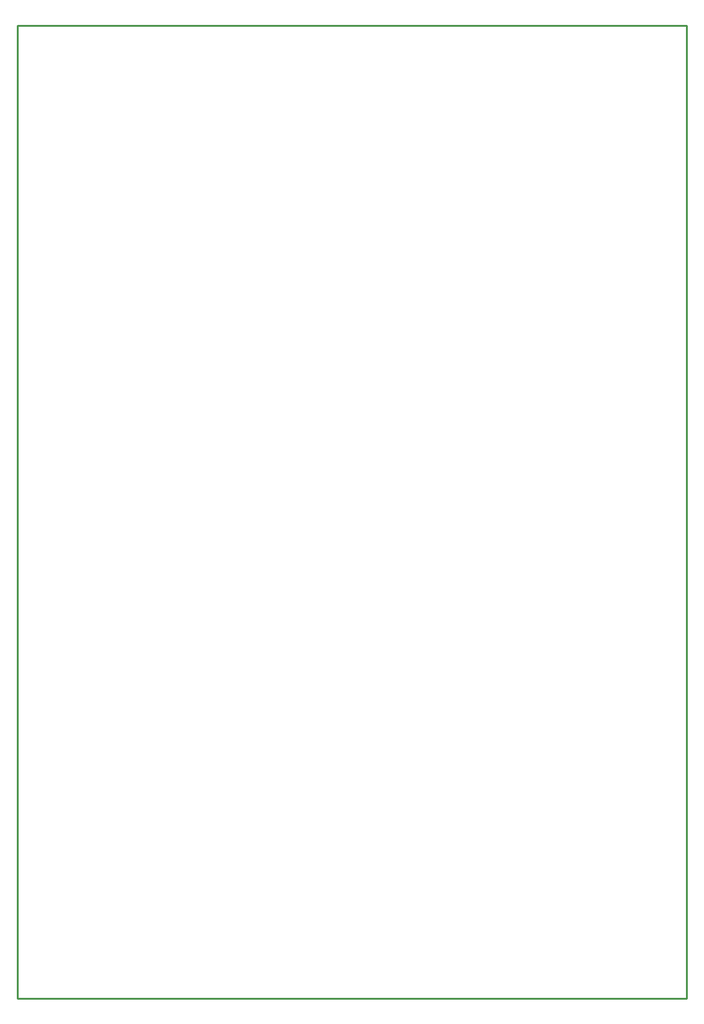
<source format=gko>
%FSLAX44Y44*%
%MOMM*%
G71*
G01*
G75*
G04 Layer_Color=16776960*
G04:AMPARAMS|DCode=10|XSize=2.7mm|YSize=1.15mm|CornerRadius=0.2013mm|HoleSize=0mm|Usage=FLASHONLY|Rotation=90.000|XOffset=0mm|YOffset=0mm|HoleType=Round|Shape=RoundedRectangle|*
%AMROUNDEDRECTD10*
21,1,2.7000,0.7475,0,0,90.0*
21,1,2.2975,1.1500,0,0,90.0*
1,1,0.4025,0.3738,1.1487*
1,1,0.4025,0.3738,-1.1487*
1,1,0.4025,-0.3738,-1.1487*
1,1,0.4025,-0.3738,1.1487*
%
%ADD10ROUNDEDRECTD10*%
G04:AMPARAMS|DCode=11|XSize=2.7mm|YSize=1.15mm|CornerRadius=0.2013mm|HoleSize=0mm|Usage=FLASHONLY|Rotation=0.000|XOffset=0mm|YOffset=0mm|HoleType=Round|Shape=RoundedRectangle|*
%AMROUNDEDRECTD11*
21,1,2.7000,0.7475,0,0,0.0*
21,1,2.2975,1.1500,0,0,0.0*
1,1,0.4025,1.1487,-0.3738*
1,1,0.4025,-1.1487,-0.3738*
1,1,0.4025,-1.1487,0.3738*
1,1,0.4025,1.1487,0.3738*
%
%ADD11ROUNDEDRECTD11*%
%ADD12O,1.3500X0.5000*%
G04:AMPARAMS|DCode=13|XSize=1mm|YSize=0.9mm|CornerRadius=0.198mm|HoleSize=0mm|Usage=FLASHONLY|Rotation=180.000|XOffset=0mm|YOffset=0mm|HoleType=Round|Shape=RoundedRectangle|*
%AMROUNDEDRECTD13*
21,1,1.0000,0.5040,0,0,180.0*
21,1,0.6040,0.9000,0,0,180.0*
1,1,0.3960,-0.3020,0.2520*
1,1,0.3960,0.3020,0.2520*
1,1,0.3960,0.3020,-0.2520*
1,1,0.3960,-0.3020,-0.2520*
%
%ADD13ROUNDEDRECTD13*%
G04:AMPARAMS|DCode=14|XSize=1.45mm|YSize=1.15mm|CornerRadius=0.2013mm|HoleSize=0mm|Usage=FLASHONLY|Rotation=270.000|XOffset=0mm|YOffset=0mm|HoleType=Round|Shape=RoundedRectangle|*
%AMROUNDEDRECTD14*
21,1,1.4500,0.7475,0,0,270.0*
21,1,1.0475,1.1500,0,0,270.0*
1,1,0.4025,-0.3738,-0.5238*
1,1,0.4025,-0.3738,0.5238*
1,1,0.4025,0.3738,0.5238*
1,1,0.4025,0.3738,-0.5238*
%
%ADD14ROUNDEDRECTD14*%
%ADD15O,1.5500X0.6000*%
G04:AMPARAMS|DCode=16|XSize=1mm|YSize=0.95mm|CornerRadius=0.1995mm|HoleSize=0mm|Usage=FLASHONLY|Rotation=270.000|XOffset=0mm|YOffset=0mm|HoleType=Round|Shape=RoundedRectangle|*
%AMROUNDEDRECTD16*
21,1,1.0000,0.5510,0,0,270.0*
21,1,0.6010,0.9500,0,0,270.0*
1,1,0.3990,-0.2755,-0.3005*
1,1,0.3990,-0.2755,0.3005*
1,1,0.3990,0.2755,0.3005*
1,1,0.3990,0.2755,-0.3005*
%
%ADD16ROUNDEDRECTD16*%
G04:AMPARAMS|DCode=17|XSize=1mm|YSize=0.95mm|CornerRadius=0.1995mm|HoleSize=0mm|Usage=FLASHONLY|Rotation=180.000|XOffset=0mm|YOffset=0mm|HoleType=Round|Shape=RoundedRectangle|*
%AMROUNDEDRECTD17*
21,1,1.0000,0.5510,0,0,180.0*
21,1,0.6010,0.9500,0,0,180.0*
1,1,0.3990,-0.3005,0.2755*
1,1,0.3990,0.3005,0.2755*
1,1,0.3990,0.3005,-0.2755*
1,1,0.3990,-0.3005,-0.2755*
%
%ADD17ROUNDEDRECTD17*%
G04:AMPARAMS|DCode=18|XSize=1mm|YSize=0.9mm|CornerRadius=0.198mm|HoleSize=0mm|Usage=FLASHONLY|Rotation=270.000|XOffset=0mm|YOffset=0mm|HoleType=Round|Shape=RoundedRectangle|*
%AMROUNDEDRECTD18*
21,1,1.0000,0.5040,0,0,270.0*
21,1,0.6040,0.9000,0,0,270.0*
1,1,0.3960,-0.2520,-0.3020*
1,1,0.3960,-0.2520,0.3020*
1,1,0.3960,0.2520,0.3020*
1,1,0.3960,0.2520,-0.3020*
%
%ADD18ROUNDEDRECTD18*%
G04:AMPARAMS|DCode=19|XSize=1.45mm|YSize=1.15mm|CornerRadius=0.2013mm|HoleSize=0mm|Usage=FLASHONLY|Rotation=0.000|XOffset=0mm|YOffset=0mm|HoleType=Round|Shape=RoundedRectangle|*
%AMROUNDEDRECTD19*
21,1,1.4500,0.7475,0,0,0.0*
21,1,1.0475,1.1500,0,0,0.0*
1,1,0.4025,0.5238,-0.3738*
1,1,0.4025,-0.5238,-0.3738*
1,1,0.4025,-0.5238,0.3738*
1,1,0.4025,0.5238,0.3738*
%
%ADD19ROUNDEDRECTD19*%
%ADD20O,0.6000X1.5500*%
G04:AMPARAMS|DCode=21|XSize=1.05mm|YSize=0.65mm|CornerRadius=0.2015mm|HoleSize=0mm|Usage=FLASHONLY|Rotation=180.000|XOffset=0mm|YOffset=0mm|HoleType=Round|Shape=RoundedRectangle|*
%AMROUNDEDRECTD21*
21,1,1.0500,0.2470,0,0,180.0*
21,1,0.6470,0.6500,0,0,180.0*
1,1,0.4030,-0.3235,0.1235*
1,1,0.4030,0.3235,0.1235*
1,1,0.4030,0.3235,-0.1235*
1,1,0.4030,-0.3235,-0.1235*
%
%ADD21ROUNDEDRECTD21*%
G04:AMPARAMS|DCode=22|XSize=1.75mm|YSize=1.05mm|CornerRadius=0.1995mm|HoleSize=0mm|Usage=FLASHONLY|Rotation=270.000|XOffset=0mm|YOffset=0mm|HoleType=Round|Shape=RoundedRectangle|*
%AMROUNDEDRECTD22*
21,1,1.7500,0.6510,0,0,270.0*
21,1,1.3510,1.0500,0,0,270.0*
1,1,0.3990,-0.3255,-0.6755*
1,1,0.3990,-0.3255,0.6755*
1,1,0.3990,0.3255,0.6755*
1,1,0.3990,0.3255,-0.6755*
%
%ADD22ROUNDEDRECTD22*%
%ADD23O,0.5000X1.3500*%
G04:AMPARAMS|DCode=24|XSize=6.5mm|YSize=5mm|CornerRadius=0.25mm|HoleSize=0mm|Usage=FLASHONLY|Rotation=90.000|XOffset=0mm|YOffset=0mm|HoleType=Round|Shape=RoundedRectangle|*
%AMROUNDEDRECTD24*
21,1,6.5000,4.5000,0,0,90.0*
21,1,6.0000,5.0000,0,0,90.0*
1,1,0.5000,2.2500,3.0000*
1,1,0.5000,2.2500,-3.0000*
1,1,0.5000,-2.2500,-3.0000*
1,1,0.5000,-2.2500,3.0000*
%
%ADD24ROUNDEDRECTD24*%
%ADD25C,1.3000*%
%ADD26R,1.3000X1.3000*%
G04:AMPARAMS|DCode=27|XSize=4.9mm|YSize=1.6mm|CornerRadius=0.2mm|HoleSize=0mm|Usage=FLASHONLY|Rotation=180.000|XOffset=0mm|YOffset=0mm|HoleType=Round|Shape=RoundedRectangle|*
%AMROUNDEDRECTD27*
21,1,4.9000,1.2000,0,0,180.0*
21,1,4.5000,1.6000,0,0,180.0*
1,1,0.4000,-2.2500,0.6000*
1,1,0.4000,2.2500,0.6000*
1,1,0.4000,2.2500,-0.6000*
1,1,0.4000,-2.2500,-0.6000*
%
%ADD27ROUNDEDRECTD27*%
%ADD28O,1.5000X0.3000*%
%ADD29O,0.3000X1.5000*%
%ADD30C,1.0000*%
G04:AMPARAMS|DCode=31|XSize=1.1mm|YSize=0.6mm|CornerRadius=0.201mm|HoleSize=0mm|Usage=FLASHONLY|Rotation=270.000|XOffset=0mm|YOffset=0mm|HoleType=Round|Shape=RoundedRectangle|*
%AMROUNDEDRECTD31*
21,1,1.1000,0.1980,0,0,270.0*
21,1,0.6980,0.6000,0,0,270.0*
1,1,0.4020,-0.0990,-0.3490*
1,1,0.4020,-0.0990,0.3490*
1,1,0.4020,0.0990,0.3490*
1,1,0.4020,0.0990,-0.3490*
%
%ADD31ROUNDEDRECTD31*%
G04:AMPARAMS|DCode=32|XSize=2.5mm|YSize=2mm|CornerRadius=0.2mm|HoleSize=0mm|Usage=FLASHONLY|Rotation=180.000|XOffset=0mm|YOffset=0mm|HoleType=Round|Shape=RoundedRectangle|*
%AMROUNDEDRECTD32*
21,1,2.5000,1.6000,0,0,180.0*
21,1,2.1000,2.0000,0,0,180.0*
1,1,0.4000,-1.0500,0.8000*
1,1,0.4000,1.0500,0.8000*
1,1,0.4000,1.0500,-0.8000*
1,1,0.4000,-1.0500,-0.8000*
%
%ADD32ROUNDEDRECTD32*%
G04:AMPARAMS|DCode=33|XSize=2.3mm|YSize=0.5mm|CornerRadius=0.2mm|HoleSize=0mm|Usage=FLASHONLY|Rotation=180.000|XOffset=0mm|YOffset=0mm|HoleType=Round|Shape=RoundedRectangle|*
%AMROUNDEDRECTD33*
21,1,2.3000,0.1000,0,0,180.0*
21,1,1.9000,0.5000,0,0,180.0*
1,1,0.4000,-0.9500,0.0500*
1,1,0.4000,0.9500,0.0500*
1,1,0.4000,0.9500,-0.0500*
1,1,0.4000,-0.9500,-0.0500*
%
%ADD33ROUNDEDRECTD33*%
G04:AMPARAMS|DCode=34|XSize=1mm|YSize=0.45mm|CornerRadius=0.1125mm|HoleSize=0mm|Usage=FLASHONLY|Rotation=0.000|XOffset=0mm|YOffset=0mm|HoleType=Round|Shape=RoundedRectangle|*
%AMROUNDEDRECTD34*
21,1,1.0000,0.2250,0,0,0.0*
21,1,0.7750,0.4500,0,0,0.0*
1,1,0.2250,0.3875,-0.1125*
1,1,0.2250,-0.3875,-0.1125*
1,1,0.2250,-0.3875,0.1125*
1,1,0.2250,0.3875,0.1125*
%
%ADD34ROUNDEDRECTD34*%
G04:AMPARAMS|DCode=35|XSize=1.35mm|YSize=1.65mm|CornerRadius=0.27mm|HoleSize=0mm|Usage=FLASHONLY|Rotation=90.000|XOffset=0mm|YOffset=0mm|HoleType=Round|Shape=RoundedRectangle|*
%AMROUNDEDRECTD35*
21,1,1.3500,1.1100,0,0,90.0*
21,1,0.8100,1.6500,0,0,90.0*
1,1,0.5400,0.5550,0.4050*
1,1,0.5400,0.5550,-0.4050*
1,1,0.5400,-0.5550,-0.4050*
1,1,0.5400,-0.5550,0.4050*
%
%ADD35ROUNDEDRECTD35*%
G04:AMPARAMS|DCode=36|XSize=0.7mm|YSize=0.25mm|CornerRadius=0.0838mm|HoleSize=0mm|Usage=FLASHONLY|Rotation=0.000|XOffset=0mm|YOffset=0mm|HoleType=Round|Shape=RoundedRectangle|*
%AMROUNDEDRECTD36*
21,1,0.7000,0.0825,0,0,0.0*
21,1,0.5325,0.2500,0,0,0.0*
1,1,0.1675,0.2662,-0.0413*
1,1,0.1675,-0.2662,-0.0413*
1,1,0.1675,-0.2662,0.0413*
1,1,0.1675,0.2662,0.0413*
%
%ADD36ROUNDEDRECTD36*%
G04:AMPARAMS|DCode=37|XSize=3mm|YSize=1.65mm|CornerRadius=0.1073mm|HoleSize=0mm|Usage=FLASHONLY|Rotation=90.000|XOffset=0mm|YOffset=0mm|HoleType=Round|Shape=RoundedRectangle|*
%AMROUNDEDRECTD37*
21,1,3.0000,1.4355,0,0,90.0*
21,1,2.7855,1.6500,0,0,90.0*
1,1,0.2145,0.7178,1.3927*
1,1,0.2145,0.7178,-1.3927*
1,1,0.2145,-0.7178,-1.3927*
1,1,0.2145,-0.7178,1.3927*
%
%ADD37ROUNDEDRECTD37*%
G04:AMPARAMS|DCode=38|XSize=1.2mm|YSize=1.2mm|CornerRadius=0.198mm|HoleSize=0mm|Usage=FLASHONLY|Rotation=0.000|XOffset=0mm|YOffset=0mm|HoleType=Round|Shape=RoundedRectangle|*
%AMROUNDEDRECTD38*
21,1,1.2000,0.8040,0,0,0.0*
21,1,0.8040,1.2000,0,0,0.0*
1,1,0.3960,0.4020,-0.4020*
1,1,0.3960,-0.4020,-0.4020*
1,1,0.3960,-0.4020,0.4020*
1,1,0.3960,0.4020,0.4020*
%
%ADD38ROUNDEDRECTD38*%
G04:AMPARAMS|DCode=39|XSize=1.2mm|YSize=1.2mm|CornerRadius=0.198mm|HoleSize=0mm|Usage=FLASHONLY|Rotation=270.000|XOffset=0mm|YOffset=0mm|HoleType=Round|Shape=RoundedRectangle|*
%AMROUNDEDRECTD39*
21,1,1.2000,0.8040,0,0,270.0*
21,1,0.8040,1.2000,0,0,270.0*
1,1,0.3960,-0.4020,-0.4020*
1,1,0.3960,-0.4020,0.4020*
1,1,0.3960,0.4020,0.4020*
1,1,0.3960,0.4020,-0.4020*
%
%ADD39ROUNDEDRECTD39*%
G04:AMPARAMS|DCode=40|XSize=6.45mm|YSize=6mm|CornerRadius=0.21mm|HoleSize=0mm|Usage=FLASHONLY|Rotation=90.000|XOffset=0mm|YOffset=0mm|HoleType=Round|Shape=RoundedRectangle|*
%AMROUNDEDRECTD40*
21,1,6.4500,5.5800,0,0,90.0*
21,1,6.0300,6.0000,0,0,90.0*
1,1,0.4200,2.7900,3.0150*
1,1,0.4200,2.7900,-3.0150*
1,1,0.4200,-2.7900,-3.0150*
1,1,0.4200,-2.7900,3.0150*
%
%ADD40ROUNDEDRECTD40*%
G04:AMPARAMS|DCode=41|XSize=2.85mm|YSize=1mm|CornerRadius=0.2mm|HoleSize=0mm|Usage=FLASHONLY|Rotation=90.000|XOffset=0mm|YOffset=0mm|HoleType=Round|Shape=RoundedRectangle|*
%AMROUNDEDRECTD41*
21,1,2.8500,0.6000,0,0,90.0*
21,1,2.4500,1.0000,0,0,90.0*
1,1,0.4000,0.3000,1.2250*
1,1,0.4000,0.3000,-1.2250*
1,1,0.4000,-0.3000,-1.2250*
1,1,0.4000,-0.3000,1.2250*
%
%ADD41ROUNDEDRECTD41*%
G04:AMPARAMS|DCode=42|XSize=3.95mm|YSize=1.5mm|CornerRadius=0.2475mm|HoleSize=0mm|Usage=FLASHONLY|Rotation=90.000|XOffset=0mm|YOffset=0mm|HoleType=Round|Shape=RoundedRectangle|*
%AMROUNDEDRECTD42*
21,1,3.9500,1.0050,0,0,90.0*
21,1,3.4550,1.5000,0,0,90.0*
1,1,0.4950,0.5025,1.7275*
1,1,0.4950,0.5025,-1.7275*
1,1,0.4950,-0.5025,-1.7275*
1,1,0.4950,-0.5025,1.7275*
%
%ADD42ROUNDEDRECTD42*%
G04:AMPARAMS|DCode=43|XSize=6.4mm|YSize=10.5mm|CornerRadius=0.128mm|HoleSize=0mm|Usage=FLASHONLY|Rotation=90.000|XOffset=0mm|YOffset=0mm|HoleType=Round|Shape=RoundedRectangle|*
%AMROUNDEDRECTD43*
21,1,6.4000,10.2440,0,0,90.0*
21,1,6.1440,10.5000,0,0,90.0*
1,1,0.2560,5.1220,3.0720*
1,1,0.2560,5.1220,-3.0720*
1,1,0.2560,-5.1220,-3.0720*
1,1,0.2560,-5.1220,3.0720*
%
%ADD43ROUNDEDRECTD43*%
%ADD44C,0.6000*%
%ADD45C,0.4000*%
%ADD46O,0.2500X0.8500*%
%ADD47O,0.8500X0.2500*%
%ADD48C,0.5000*%
%ADD49C,0.6000*%
%ADD50C,0.2500*%
%ADD51C,0.3500*%
%ADD52C,0.8000*%
%ADD53C,0.4000*%
%ADD54C,0.2540*%
%ADD55C,1.0000*%
%ADD56C,0.4500*%
%ADD57C,0.5500*%
%ADD58C,0.3000*%
%ADD59C,1.6000*%
%ADD60R,1.6000X1.6000*%
%ADD61C,6.0000*%
%ADD62C,3.0000*%
%ADD63C,2.0000*%
%ADD64C,7.0000*%
%ADD65C,0.5000*%
%ADD66C,1.8500*%
%ADD67C,2.4000*%
%ADD68C,3.5000*%
%ADD69C,2.3000*%
%ADD70C,1.8000*%
%ADD71C,2.0000*%
%ADD72C,0.0000*%
G04:AMPARAMS|DCode=73|XSize=2.85mm|YSize=1.3mm|CornerRadius=0.2763mm|HoleSize=0mm|Usage=FLASHONLY|Rotation=90.000|XOffset=0mm|YOffset=0mm|HoleType=Round|Shape=RoundedRectangle|*
%AMROUNDEDRECTD73*
21,1,2.8500,0.7475,0,0,90.0*
21,1,2.2975,1.3000,0,0,90.0*
1,1,0.5525,0.3738,1.1487*
1,1,0.5525,0.3738,-1.1487*
1,1,0.5525,-0.3738,-1.1487*
1,1,0.5525,-0.3738,1.1487*
%
%ADD73ROUNDEDRECTD73*%
G04:AMPARAMS|DCode=74|XSize=2.85mm|YSize=1.3mm|CornerRadius=0.2763mm|HoleSize=0mm|Usage=FLASHONLY|Rotation=0.000|XOffset=0mm|YOffset=0mm|HoleType=Round|Shape=RoundedRectangle|*
%AMROUNDEDRECTD74*
21,1,2.8500,0.7475,0,0,0.0*
21,1,2.2975,1.3000,0,0,0.0*
1,1,0.5525,1.1487,-0.3738*
1,1,0.5525,-1.1487,-0.3738*
1,1,0.5525,-1.1487,0.3738*
1,1,0.5525,1.1487,0.3738*
%
%ADD74ROUNDEDRECTD74*%
%ADD75O,1.5000X0.6500*%
G04:AMPARAMS|DCode=76|XSize=1.15mm|YSize=1.05mm|CornerRadius=0.273mm|HoleSize=0mm|Usage=FLASHONLY|Rotation=180.000|XOffset=0mm|YOffset=0mm|HoleType=Round|Shape=RoundedRectangle|*
%AMROUNDEDRECTD76*
21,1,1.1500,0.5040,0,0,180.0*
21,1,0.6040,1.0500,0,0,180.0*
1,1,0.5460,-0.3020,0.2520*
1,1,0.5460,0.3020,0.2520*
1,1,0.5460,0.3020,-0.2520*
1,1,0.5460,-0.3020,-0.2520*
%
%ADD76ROUNDEDRECTD76*%
G04:AMPARAMS|DCode=77|XSize=1.6mm|YSize=1.3mm|CornerRadius=0.2763mm|HoleSize=0mm|Usage=FLASHONLY|Rotation=270.000|XOffset=0mm|YOffset=0mm|HoleType=Round|Shape=RoundedRectangle|*
%AMROUNDEDRECTD77*
21,1,1.6000,0.7475,0,0,270.0*
21,1,1.0475,1.3000,0,0,270.0*
1,1,0.5525,-0.3738,-0.5238*
1,1,0.5525,-0.3738,0.5238*
1,1,0.5525,0.3738,0.5238*
1,1,0.5525,0.3738,-0.5238*
%
%ADD77ROUNDEDRECTD77*%
%ADD78O,1.7000X0.7500*%
G04:AMPARAMS|DCode=79|XSize=1.15mm|YSize=1.1mm|CornerRadius=0.2745mm|HoleSize=0mm|Usage=FLASHONLY|Rotation=270.000|XOffset=0mm|YOffset=0mm|HoleType=Round|Shape=RoundedRectangle|*
%AMROUNDEDRECTD79*
21,1,1.1500,0.5510,0,0,270.0*
21,1,0.6010,1.1000,0,0,270.0*
1,1,0.5490,-0.2755,-0.3005*
1,1,0.5490,-0.2755,0.3005*
1,1,0.5490,0.2755,0.3005*
1,1,0.5490,0.2755,-0.3005*
%
%ADD79ROUNDEDRECTD79*%
G04:AMPARAMS|DCode=80|XSize=1.15mm|YSize=1.1mm|CornerRadius=0.2745mm|HoleSize=0mm|Usage=FLASHONLY|Rotation=180.000|XOffset=0mm|YOffset=0mm|HoleType=Round|Shape=RoundedRectangle|*
%AMROUNDEDRECTD80*
21,1,1.1500,0.5510,0,0,180.0*
21,1,0.6010,1.1000,0,0,180.0*
1,1,0.5490,-0.3005,0.2755*
1,1,0.5490,0.3005,0.2755*
1,1,0.5490,0.3005,-0.2755*
1,1,0.5490,-0.3005,-0.2755*
%
%ADD80ROUNDEDRECTD80*%
G04:AMPARAMS|DCode=81|XSize=1.15mm|YSize=1.05mm|CornerRadius=0.273mm|HoleSize=0mm|Usage=FLASHONLY|Rotation=270.000|XOffset=0mm|YOffset=0mm|HoleType=Round|Shape=RoundedRectangle|*
%AMROUNDEDRECTD81*
21,1,1.1500,0.5040,0,0,270.0*
21,1,0.6040,1.0500,0,0,270.0*
1,1,0.5460,-0.2520,-0.3020*
1,1,0.5460,-0.2520,0.3020*
1,1,0.5460,0.2520,0.3020*
1,1,0.5460,0.2520,-0.3020*
%
%ADD81ROUNDEDRECTD81*%
G04:AMPARAMS|DCode=82|XSize=1.6mm|YSize=1.3mm|CornerRadius=0.2763mm|HoleSize=0mm|Usage=FLASHONLY|Rotation=0.000|XOffset=0mm|YOffset=0mm|HoleType=Round|Shape=RoundedRectangle|*
%AMROUNDEDRECTD82*
21,1,1.6000,0.7475,0,0,0.0*
21,1,1.0475,1.3000,0,0,0.0*
1,1,0.5525,0.5238,-0.3738*
1,1,0.5525,-0.5238,-0.3738*
1,1,0.5525,-0.5238,0.3738*
1,1,0.5525,0.5238,0.3738*
%
%ADD82ROUNDEDRECTD82*%
%ADD83O,0.7500X1.7000*%
G04:AMPARAMS|DCode=84|XSize=1.2mm|YSize=0.8mm|CornerRadius=0.2765mm|HoleSize=0mm|Usage=FLASHONLY|Rotation=180.000|XOffset=0mm|YOffset=0mm|HoleType=Round|Shape=RoundedRectangle|*
%AMROUNDEDRECTD84*
21,1,1.2000,0.2470,0,0,180.0*
21,1,0.6470,0.8000,0,0,180.0*
1,1,0.5530,-0.3235,0.1235*
1,1,0.5530,0.3235,0.1235*
1,1,0.5530,0.3235,-0.1235*
1,1,0.5530,-0.3235,-0.1235*
%
%ADD84ROUNDEDRECTD84*%
G04:AMPARAMS|DCode=85|XSize=1.9mm|YSize=1.2mm|CornerRadius=0.2745mm|HoleSize=0mm|Usage=FLASHONLY|Rotation=270.000|XOffset=0mm|YOffset=0mm|HoleType=Round|Shape=RoundedRectangle|*
%AMROUNDEDRECTD85*
21,1,1.9000,0.6510,0,0,270.0*
21,1,1.3510,1.2000,0,0,270.0*
1,1,0.5490,-0.3255,-0.6755*
1,1,0.5490,-0.3255,0.6755*
1,1,0.5490,0.3255,0.6755*
1,1,0.5490,0.3255,-0.6755*
%
%ADD85ROUNDEDRECTD85*%
%ADD86O,0.6500X1.5000*%
G04:AMPARAMS|DCode=87|XSize=6.65mm|YSize=5.15mm|CornerRadius=0.325mm|HoleSize=0mm|Usage=FLASHONLY|Rotation=90.000|XOffset=0mm|YOffset=0mm|HoleType=Round|Shape=RoundedRectangle|*
%AMROUNDEDRECTD87*
21,1,6.6500,4.5000,0,0,90.0*
21,1,6.0000,5.1500,0,0,90.0*
1,1,0.6500,2.2500,3.0000*
1,1,0.6500,2.2500,-3.0000*
1,1,0.6500,-2.2500,-3.0000*
1,1,0.6500,-2.2500,3.0000*
%
%ADD87ROUNDEDRECTD87*%
%ADD88C,1.5000*%
%ADD89R,1.5000X1.5000*%
G04:AMPARAMS|DCode=90|XSize=5.05mm|YSize=1.75mm|CornerRadius=0.275mm|HoleSize=0mm|Usage=FLASHONLY|Rotation=180.000|XOffset=0mm|YOffset=0mm|HoleType=Round|Shape=RoundedRectangle|*
%AMROUNDEDRECTD90*
21,1,5.0500,1.2000,0,0,180.0*
21,1,4.5000,1.7500,0,0,180.0*
1,1,0.5500,-2.2500,0.6000*
1,1,0.5500,2.2500,0.6000*
1,1,0.5500,2.2500,-0.6000*
1,1,0.5500,-2.2500,-0.6000*
%
%ADD90ROUNDEDRECTD90*%
%ADD91O,1.6000X0.4000*%
%ADD92O,0.4000X1.6000*%
%ADD93C,2.0000*%
G04:AMPARAMS|DCode=94|XSize=1.25mm|YSize=0.75mm|CornerRadius=0.276mm|HoleSize=0mm|Usage=FLASHONLY|Rotation=270.000|XOffset=0mm|YOffset=0mm|HoleType=Round|Shape=RoundedRectangle|*
%AMROUNDEDRECTD94*
21,1,1.2500,0.1980,0,0,270.0*
21,1,0.6980,0.7500,0,0,270.0*
1,1,0.5520,-0.0990,-0.3490*
1,1,0.5520,-0.0990,0.3490*
1,1,0.5520,0.0990,0.3490*
1,1,0.5520,0.0990,-0.3490*
%
%ADD94ROUNDEDRECTD94*%
G04:AMPARAMS|DCode=95|XSize=2.65mm|YSize=2.15mm|CornerRadius=0.275mm|HoleSize=0mm|Usage=FLASHONLY|Rotation=180.000|XOffset=0mm|YOffset=0mm|HoleType=Round|Shape=RoundedRectangle|*
%AMROUNDEDRECTD95*
21,1,2.6500,1.6000,0,0,180.0*
21,1,2.1000,2.1500,0,0,180.0*
1,1,0.5500,-1.0500,0.8000*
1,1,0.5500,1.0500,0.8000*
1,1,0.5500,1.0500,-0.8000*
1,1,0.5500,-1.0500,-0.8000*
%
%ADD95ROUNDEDRECTD95*%
G04:AMPARAMS|DCode=96|XSize=2.45mm|YSize=0.65mm|CornerRadius=0.275mm|HoleSize=0mm|Usage=FLASHONLY|Rotation=180.000|XOffset=0mm|YOffset=0mm|HoleType=Round|Shape=RoundedRectangle|*
%AMROUNDEDRECTD96*
21,1,2.4500,0.1000,0,0,180.0*
21,1,1.9000,0.6500,0,0,180.0*
1,1,0.5500,-0.9500,0.0500*
1,1,0.5500,0.9500,0.0500*
1,1,0.5500,0.9500,-0.0500*
1,1,0.5500,-0.9500,-0.0500*
%
%ADD96ROUNDEDRECTD96*%
G04:AMPARAMS|DCode=97|XSize=1.1mm|YSize=0.55mm|CornerRadius=0.1625mm|HoleSize=0mm|Usage=FLASHONLY|Rotation=0.000|XOffset=0mm|YOffset=0mm|HoleType=Round|Shape=RoundedRectangle|*
%AMROUNDEDRECTD97*
21,1,1.1000,0.2250,0,0,0.0*
21,1,0.7750,0.5500,0,0,0.0*
1,1,0.3250,0.3875,-0.1125*
1,1,0.3250,-0.3875,-0.1125*
1,1,0.3250,-0.3875,0.1125*
1,1,0.3250,0.3875,0.1125*
%
%ADD97ROUNDEDRECTD97*%
G04:AMPARAMS|DCode=98|XSize=1.5mm|YSize=1.8mm|CornerRadius=0.345mm|HoleSize=0mm|Usage=FLASHONLY|Rotation=90.000|XOffset=0mm|YOffset=0mm|HoleType=Round|Shape=RoundedRectangle|*
%AMROUNDEDRECTD98*
21,1,1.5000,1.1100,0,0,90.0*
21,1,0.8100,1.8000,0,0,90.0*
1,1,0.6900,0.5550,0.4050*
1,1,0.6900,0.5550,-0.4050*
1,1,0.6900,-0.5550,-0.4050*
1,1,0.6900,-0.5550,0.4050*
%
%ADD98ROUNDEDRECTD98*%
G04:AMPARAMS|DCode=99|XSize=0.8mm|YSize=0.35mm|CornerRadius=0.1338mm|HoleSize=0mm|Usage=FLASHONLY|Rotation=0.000|XOffset=0mm|YOffset=0mm|HoleType=Round|Shape=RoundedRectangle|*
%AMROUNDEDRECTD99*
21,1,0.8000,0.0825,0,0,0.0*
21,1,0.5325,0.3500,0,0,0.0*
1,1,0.2675,0.2662,-0.0413*
1,1,0.2675,-0.2662,-0.0413*
1,1,0.2675,-0.2662,0.0413*
1,1,0.2675,0.2662,0.0413*
%
%ADD99ROUNDEDRECTD99*%
G04:AMPARAMS|DCode=100|XSize=3.15mm|YSize=1.8mm|CornerRadius=0.1823mm|HoleSize=0mm|Usage=FLASHONLY|Rotation=90.000|XOffset=0mm|YOffset=0mm|HoleType=Round|Shape=RoundedRectangle|*
%AMROUNDEDRECTD100*
21,1,3.1500,1.4355,0,0,90.0*
21,1,2.7855,1.8000,0,0,90.0*
1,1,0.3645,0.7178,1.3927*
1,1,0.3645,0.7178,-1.3927*
1,1,0.3645,-0.7178,-1.3927*
1,1,0.3645,-0.7178,1.3927*
%
%ADD100ROUNDEDRECTD100*%
G04:AMPARAMS|DCode=101|XSize=1.35mm|YSize=1.35mm|CornerRadius=0.273mm|HoleSize=0mm|Usage=FLASHONLY|Rotation=0.000|XOffset=0mm|YOffset=0mm|HoleType=Round|Shape=RoundedRectangle|*
%AMROUNDEDRECTD101*
21,1,1.3500,0.8040,0,0,0.0*
21,1,0.8040,1.3500,0,0,0.0*
1,1,0.5460,0.4020,-0.4020*
1,1,0.5460,-0.4020,-0.4020*
1,1,0.5460,-0.4020,0.4020*
1,1,0.5460,0.4020,0.4020*
%
%ADD101ROUNDEDRECTD101*%
G04:AMPARAMS|DCode=102|XSize=1.35mm|YSize=1.35mm|CornerRadius=0.273mm|HoleSize=0mm|Usage=FLASHONLY|Rotation=270.000|XOffset=0mm|YOffset=0mm|HoleType=Round|Shape=RoundedRectangle|*
%AMROUNDEDRECTD102*
21,1,1.3500,0.8040,0,0,270.0*
21,1,0.8040,1.3500,0,0,270.0*
1,1,0.5460,-0.4020,-0.4020*
1,1,0.5460,-0.4020,0.4020*
1,1,0.5460,0.4020,0.4020*
1,1,0.5460,0.4020,-0.4020*
%
%ADD102ROUNDEDRECTD102*%
G04:AMPARAMS|DCode=103|XSize=6.6mm|YSize=6.15mm|CornerRadius=0.285mm|HoleSize=0mm|Usage=FLASHONLY|Rotation=90.000|XOffset=0mm|YOffset=0mm|HoleType=Round|Shape=RoundedRectangle|*
%AMROUNDEDRECTD103*
21,1,6.6000,5.5800,0,0,90.0*
21,1,6.0300,6.1500,0,0,90.0*
1,1,0.5700,2.7900,3.0150*
1,1,0.5700,2.7900,-3.0150*
1,1,0.5700,-2.7900,-3.0150*
1,1,0.5700,-2.7900,3.0150*
%
%ADD103ROUNDEDRECTD103*%
G04:AMPARAMS|DCode=104|XSize=3mm|YSize=1.15mm|CornerRadius=0.275mm|HoleSize=0mm|Usage=FLASHONLY|Rotation=90.000|XOffset=0mm|YOffset=0mm|HoleType=Round|Shape=RoundedRectangle|*
%AMROUNDEDRECTD104*
21,1,3.0000,0.6000,0,0,90.0*
21,1,2.4500,1.1500,0,0,90.0*
1,1,0.5500,0.3000,1.2250*
1,1,0.5500,0.3000,-1.2250*
1,1,0.5500,-0.3000,-1.2250*
1,1,0.5500,-0.3000,1.2250*
%
%ADD104ROUNDEDRECTD104*%
G04:AMPARAMS|DCode=105|XSize=4.1mm|YSize=1.65mm|CornerRadius=0.3225mm|HoleSize=0mm|Usage=FLASHONLY|Rotation=90.000|XOffset=0mm|YOffset=0mm|HoleType=Round|Shape=RoundedRectangle|*
%AMROUNDEDRECTD105*
21,1,4.1000,1.0050,0,0,90.0*
21,1,3.4550,1.6500,0,0,90.0*
1,1,0.6450,0.5025,1.7275*
1,1,0.6450,0.5025,-1.7275*
1,1,0.6450,-0.5025,-1.7275*
1,1,0.6450,-0.5025,1.7275*
%
%ADD105ROUNDEDRECTD105*%
G04:AMPARAMS|DCode=106|XSize=6.55mm|YSize=10.65mm|CornerRadius=0.203mm|HoleSize=0mm|Usage=FLASHONLY|Rotation=90.000|XOffset=0mm|YOffset=0mm|HoleType=Round|Shape=RoundedRectangle|*
%AMROUNDEDRECTD106*
21,1,6.5500,10.2440,0,0,90.0*
21,1,6.1440,10.6500,0,0,90.0*
1,1,0.4060,5.1220,3.0720*
1,1,0.4060,5.1220,-3.0720*
1,1,0.4060,-5.1220,-3.0720*
1,1,0.4060,-5.1220,3.0720*
%
%ADD106ROUNDEDRECTD106*%
%ADD107C,0.8000*%
%ADD108O,0.4500X1.0500*%
%ADD109O,1.0500X0.4500*%
%ADD110C,1.7500*%
%ADD111R,1.7500X1.7500*%
%ADD112C,6.2000*%
%ADD113C,3.2000*%
%ADD114C,2.2000*%
%ADD115C,7.2000*%
%ADD116C,1.0500*%
%ADD117C,2.5500*%
%ADD118C,3.7000*%
%ADD119C,3.1500*%
%ADD120C,2.4500*%
%ADD121C,0.1000*%
%ADD122C,0.0500*%
D50*
X455000Y-455000D02*
Y445000D01*
X-455000Y-455000D02*
X455000D01*
X-455000D02*
Y447500D01*
Y-35000D02*
Y868000D01*
X455000Y-35000D02*
Y868000D01*
X-455000D02*
X455000D01*
M02*

</source>
